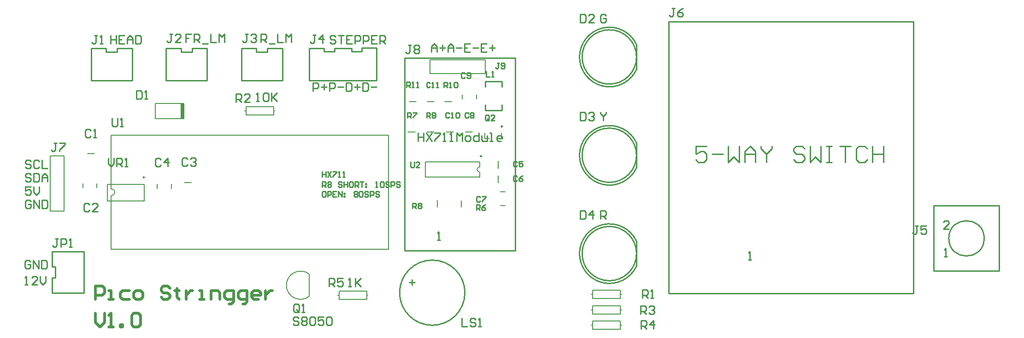
<source format=gto>
G04*
G04 #@! TF.GenerationSoftware,Altium Limited,Altium Designer,19.0.4 (130)*
G04*
G04 Layer_Color=65535*
%FSLAX44Y44*%
%MOMM*%
G71*
G01*
G75*
%ADD10C,0.2500*%
%ADD11C,0.2000*%
%ADD12C,0.2540*%
%ADD13C,0.5000*%
%ADD14R,0.8000X2.8000*%
D10*
X518250Y685500D02*
G03*
X518250Y685500I-1250J0D01*
G01*
X1137950Y724250D02*
G03*
X1137950Y724250I-1250J0D01*
G01*
X1175995Y779240D02*
G03*
X1175995Y779240I-1250J0D01*
G01*
D11*
X457300Y651550D02*
G03*
X457300Y664250I0J6350D01*
G01*
X821007Y507218D02*
G03*
X821007Y466242I-16007J-20488D01*
G01*
X1133966Y704746D02*
G03*
X1133966Y695254I-8J-4746D01*
G01*
X431000Y666000D02*
Y674000D01*
X405000Y666000D02*
Y674000D01*
X450500Y672000D02*
X517500D01*
X450500Y642000D02*
X517500D01*
Y672000D01*
X450500Y642000D02*
Y672000D01*
X457300Y552900D02*
Y651550D01*
X966300Y552900D02*
Y762900D01*
X457300Y664250D02*
Y762900D01*
Y552900D02*
X966300D01*
X457300Y762900D02*
X966300D01*
X1004500Y825000D02*
X1017500D01*
X1069500D02*
X1082500D01*
X1037665Y769000D02*
X1050665D01*
X1056000Y630500D02*
Y643500D01*
X1002500Y769000D02*
X1015500D01*
X1100000Y631000D02*
Y643000D01*
X875600Y460730D02*
Y468350D01*
Y460730D02*
X926400D01*
Y475970D01*
X875600D02*
X926400D01*
X875600Y468350D02*
Y475970D01*
X926400Y468350D02*
X928686D01*
X873314D02*
X875600D01*
X1392400Y413000D02*
Y420620D01*
X1341600D02*
X1392400D01*
X1341600Y405380D02*
Y420620D01*
Y405380D02*
X1392400D01*
Y413000D01*
X1339314D02*
X1341600D01*
X1392400D02*
X1394686D01*
X1392400Y441500D02*
Y449120D01*
X1341600D02*
X1392400D01*
X1341600Y433880D02*
Y449120D01*
Y433880D02*
X1392400D01*
Y441500D01*
X1339314D02*
X1341600D01*
X1392400D02*
X1394686D01*
X755400Y808000D02*
Y815620D01*
X704600D02*
X755400D01*
X704600Y800380D02*
Y815620D01*
Y800380D02*
X755400D01*
Y808000D01*
X702314D02*
X704600D01*
X755400D02*
X757686D01*
X1392400Y470000D02*
Y477620D01*
X1341600D02*
X1392400D01*
X1341600Y462380D02*
Y477620D01*
Y462380D02*
X1392400D01*
Y470000D01*
X1339314D02*
X1341600D01*
X1392400D02*
X1394686D01*
X1042500Y876300D02*
Y901700D01*
X1144100D01*
X1042500Y876300D02*
X1144100D01*
Y901700D01*
X345300Y622900D02*
X370700D01*
X345300D02*
Y724500D01*
X370700Y622900D02*
Y724500D01*
X345300D02*
X370700D01*
X538100Y793000D02*
Y821000D01*
X591100D01*
X538100Y793000D02*
X591100D01*
X1037665Y825076D02*
X1050665D01*
X1072831Y769000D02*
X1085831D01*
X1128000Y829830D02*
Y837830D01*
X1102000Y829830D02*
Y837830D01*
X1107994Y769000D02*
X1120994D01*
X1172500Y633000D02*
X1180500D01*
X1172500Y659000D02*
X1180500D01*
X1168246Y675500D02*
Y688500D01*
Y702350D02*
Y715350D01*
X542000Y665000D02*
Y673000D01*
X568000Y665000D02*
Y673000D01*
X591500Y676000D02*
X604500D01*
X413500Y729000D02*
X426500D01*
X821000Y466830D02*
Y506630D01*
X1034000Y713462D02*
X1134000D01*
X1034000Y686284D02*
X1134000D01*
X1034000D02*
Y713462D01*
X1134000Y704826D02*
Y713462D01*
Y686284D02*
Y695254D01*
X1143745Y757000D02*
X1151745D01*
X1143745D02*
Y767000D01*
X1165745Y757000D02*
X1173745D01*
Y767000D01*
D12*
X1107000Y473000D02*
G03*
X1107000Y473000I-60000J0D01*
G01*
X2061000Y573000D02*
G03*
X2061000Y573000I-32500J0D01*
G01*
X1422300Y567700D02*
G03*
X1422300Y522000I-49860J-22850D01*
G01*
Y545000D02*
G03*
X1422300Y545000I-50000J0D01*
G01*
Y748700D02*
G03*
X1422300Y703000I-49860J-22850D01*
G01*
Y726000D02*
G03*
X1422300Y726000I-50000J0D01*
G01*
Y929700D02*
G03*
X1422300Y884000I-49860J-22850D01*
G01*
Y907000D02*
G03*
X1422300Y907000I-50000J0D01*
G01*
X996600Y550000D02*
Y905000D01*
X1199600D01*
X996600Y550000D02*
X1199600D01*
Y905000D01*
X1481140Y472090D02*
Y972090D01*
X1931140D01*
Y472090D02*
Y972090D01*
X1481140Y472090D02*
X1931140D01*
X2088500Y513000D02*
Y633000D01*
X1968500D02*
X2088500D01*
X1968500Y513000D02*
X2088500D01*
X1968500D02*
Y633000D01*
X1422300Y545000D02*
Y567700D01*
Y522000D02*
Y545000D01*
Y726000D02*
Y748700D01*
Y703000D02*
Y726000D01*
Y907000D02*
Y929700D01*
Y884000D02*
Y907000D01*
X420225Y863948D02*
Y922698D01*
X495663Y863948D02*
Y922698D01*
X420225Y863948D02*
X495663D01*
X467825Y916272D02*
Y922698D01*
X420225D02*
X447632D01*
Y916272D02*
Y922698D01*
X467825D02*
X487840D01*
X495663D01*
X447632Y916272D02*
X467825D01*
X557974Y863948D02*
Y922698D01*
X633411Y863948D02*
Y922698D01*
X557974Y863948D02*
X633411D01*
X605573Y916272D02*
Y922698D01*
X557974D02*
X585380D01*
Y916272D02*
Y922698D01*
X605573D02*
X625588D01*
X633411D01*
X585380Y916272D02*
X605573D01*
X696626Y863948D02*
Y922698D01*
X772064Y863948D02*
Y922698D01*
X696626Y863948D02*
X772064D01*
X744226Y916272D02*
Y922698D01*
X696626D02*
X724033D01*
Y916272D02*
Y922698D01*
X744226D02*
X764240D01*
X772064D01*
X724033Y916272D02*
X744226D01*
X348302Y472926D02*
X407052D01*
X348302Y548364D02*
X407052D01*
Y472926D02*
Y548364D01*
X348302Y520525D02*
X354728D01*
X348302Y472926D02*
Y500332D01*
X354728D01*
X348302Y520525D02*
Y540540D01*
Y548364D01*
X354728Y500332D02*
Y520525D01*
X899032Y917288D02*
X917574D01*
Y923384D01*
X847724Y917034D02*
X867282D01*
X847724D02*
Y923130D01*
X945006Y863948D02*
Y923384D01*
X821308Y863948D02*
Y923130D01*
Y863948D02*
X945006D01*
X821308Y923130D02*
X847724D01*
X917574Y923384D02*
X945006D01*
X867282Y923130D02*
X899032D01*
Y917288D02*
Y923130D01*
X867282Y917034D02*
Y923130D01*
X1144760Y808330D02*
Y818490D01*
Y808330D02*
X1175240D01*
Y818490D01*
X1144760Y851510D02*
Y861670D01*
X1175240D01*
Y851510D02*
Y861670D01*
X309697Y714370D02*
X307157Y716909D01*
X302079D01*
X299540Y714370D01*
Y711831D01*
X302079Y709292D01*
X307157D01*
X309697Y706753D01*
Y704213D01*
X307157Y701674D01*
X302079D01*
X299540Y704213D01*
X324932Y714370D02*
X322393Y716909D01*
X317314D01*
X314775Y714370D01*
Y704213D01*
X317314Y701674D01*
X322393D01*
X324932Y704213D01*
X330010Y716909D02*
Y701674D01*
X340167D01*
X309697Y689992D02*
X307157Y692531D01*
X302079D01*
X299540Y689992D01*
Y687453D01*
X302079Y684914D01*
X307157D01*
X309697Y682374D01*
Y679835D01*
X307157Y677296D01*
X302079D01*
X299540Y679835D01*
X314775Y692531D02*
Y677296D01*
X322393D01*
X324932Y679835D01*
Y689992D01*
X322393Y692531D01*
X314775D01*
X330010Y677296D02*
Y687453D01*
X335089Y692531D01*
X340167Y687453D01*
Y677296D01*
Y684914D01*
X330010D01*
X309697Y668153D02*
X299540D01*
Y660536D01*
X304618Y663075D01*
X307157D01*
X309697Y660536D01*
Y655457D01*
X307157Y652918D01*
X302079D01*
X299540Y655457D01*
X314775Y668153D02*
Y657996D01*
X319853Y652918D01*
X324932Y657996D01*
Y668153D01*
X309697Y641236D02*
X307157Y643775D01*
X302079D01*
X299540Y641236D01*
Y631079D01*
X302079Y628540D01*
X307157D01*
X309697Y631079D01*
Y636157D01*
X304618D01*
X314775Y628540D02*
Y643775D01*
X324932Y628540D01*
Y643775D01*
X330010D02*
Y628540D01*
X337628D01*
X340167Y631079D01*
Y641236D01*
X337628Y643775D01*
X330010D01*
X844540Y695721D02*
Y685724D01*
Y690723D01*
X851205D01*
Y695721D01*
Y685724D01*
X854537Y695721D02*
X861201Y685724D01*
Y695721D02*
X854537Y685724D01*
X864534Y695721D02*
X871198D01*
Y694055D01*
X864534Y687390D01*
Y685724D01*
X874530D02*
X877863D01*
X876197D01*
Y695721D01*
X874530Y694055D01*
X882861Y685724D02*
X886193D01*
X884527D01*
Y695721D01*
X882861Y694055D01*
X844540Y667632D02*
Y677629D01*
X849538D01*
X851205Y675963D01*
Y672630D01*
X849538Y670964D01*
X844540D01*
X847872D02*
X851205Y667632D01*
X854537Y675963D02*
X856203Y677629D01*
X859535D01*
X861201Y675963D01*
Y674297D01*
X859535Y672630D01*
X861201Y670964D01*
Y669298D01*
X859535Y667632D01*
X856203D01*
X854537Y669298D01*
Y670964D01*
X856203Y672630D01*
X854537Y674297D01*
Y675963D01*
X856203Y672630D02*
X859535D01*
X881195Y675963D02*
X879529Y677629D01*
X876197D01*
X874530Y675963D01*
Y674297D01*
X876197Y672630D01*
X879529D01*
X881195Y670964D01*
Y669298D01*
X879529Y667632D01*
X876197D01*
X874530Y669298D01*
X884527Y677629D02*
Y667632D01*
Y672630D01*
X891192D01*
Y677629D01*
Y667632D01*
X899522Y677629D02*
X896190D01*
X894524Y675963D01*
Y669298D01*
X896190Y667632D01*
X899522D01*
X901188Y669298D01*
Y675963D01*
X899522Y677629D01*
X904521Y667632D02*
Y677629D01*
X909519D01*
X911185Y675963D01*
Y672630D01*
X909519Y670964D01*
X904521D01*
X907853D02*
X911185Y667632D01*
X914517Y677629D02*
X921182D01*
X917850D01*
Y667632D01*
X924514Y674297D02*
X926180D01*
Y672630D01*
X924514D01*
Y674297D01*
Y669298D02*
X926180D01*
Y667632D01*
X924514D01*
Y669298D01*
X942842Y667632D02*
X946174D01*
X944508D01*
Y677629D01*
X942842Y675963D01*
X951172D02*
X952838Y677629D01*
X956171D01*
X957837Y675963D01*
Y669298D01*
X956171Y667632D01*
X952838D01*
X951172Y669298D01*
Y675963D01*
X967834D02*
X966168Y677629D01*
X962835D01*
X961169Y675963D01*
Y674297D01*
X962835Y672630D01*
X966168D01*
X967834Y670964D01*
Y669298D01*
X966168Y667632D01*
X962835D01*
X961169Y669298D01*
X971166Y667632D02*
Y677629D01*
X976164D01*
X977830Y675963D01*
Y672630D01*
X976164Y670964D01*
X971166D01*
X987827Y675963D02*
X986161Y677629D01*
X982829D01*
X981163Y675963D01*
Y674297D01*
X982829Y672630D01*
X986161D01*
X987827Y670964D01*
Y669298D01*
X986161Y667632D01*
X982829D01*
X981163Y669298D01*
X849538Y659537D02*
X846206D01*
X844540Y657871D01*
Y651206D01*
X846206Y649540D01*
X849538D01*
X851205Y651206D01*
Y657871D01*
X849538Y659537D01*
X854537Y649540D02*
Y659537D01*
X859535D01*
X861201Y657871D01*
Y654538D01*
X859535Y652872D01*
X854537D01*
X871198Y659537D02*
X864534D01*
Y649540D01*
X871198D01*
X864534Y654538D02*
X867866D01*
X874530Y649540D02*
Y659537D01*
X881195Y649540D01*
Y659537D01*
X884527Y656205D02*
X886193D01*
Y654538D01*
X884527D01*
Y656205D01*
Y651206D02*
X886193D01*
Y649540D01*
X884527D01*
Y651206D01*
X902855Y657871D02*
X904521Y659537D01*
X907853D01*
X909519Y657871D01*
Y656205D01*
X907853Y654538D01*
X909519Y652872D01*
Y651206D01*
X907853Y649540D01*
X904521D01*
X902855Y651206D01*
Y652872D01*
X904521Y654538D01*
X902855Y656205D01*
Y657871D01*
X904521Y654538D02*
X907853D01*
X912851Y657871D02*
X914517Y659537D01*
X917850D01*
X919516Y657871D01*
Y651206D01*
X917850Y649540D01*
X914517D01*
X912851Y651206D01*
Y657871D01*
X929513D02*
X927847Y659537D01*
X924514D01*
X922848Y657871D01*
Y656205D01*
X924514Y654538D01*
X927847D01*
X929513Y652872D01*
Y651206D01*
X927847Y649540D01*
X924514D01*
X922848Y651206D01*
X932845Y649540D02*
Y659537D01*
X937843D01*
X939509Y657871D01*
Y654538D01*
X937843Y652872D01*
X932845D01*
X949506Y657871D02*
X947840Y659537D01*
X944508D01*
X942842Y657871D01*
Y656205D01*
X944508Y654538D01*
X947840D01*
X949506Y652872D01*
Y651206D01*
X947840Y649540D01*
X944508D01*
X942842Y651206D01*
X893000Y484508D02*
X898078D01*
X895539D01*
Y499743D01*
X893000Y497204D01*
X905696Y499743D02*
Y484508D01*
Y489586D01*
X915853Y499743D01*
X908235Y492126D01*
X915853Y484508D01*
X724000Y826000D02*
X729078D01*
X726539D01*
Y841235D01*
X724000Y838696D01*
X736696D02*
X739235Y841235D01*
X744313D01*
X746853Y838696D01*
Y828539D01*
X744313Y826000D01*
X739235D01*
X736696Y828539D01*
Y838696D01*
X751931Y841235D02*
Y826000D01*
Y831078D01*
X762088Y841235D01*
X754470Y833617D01*
X762088Y826000D01*
X456000Y946874D02*
Y931639D01*
Y939257D01*
X466157D01*
Y946874D01*
Y931639D01*
X481392Y946874D02*
X471235D01*
Y931639D01*
X481392D01*
X471235Y939257D02*
X476313D01*
X486470Y931639D02*
Y941796D01*
X491549Y946874D01*
X496627Y941796D01*
Y931639D01*
Y939257D01*
X486470D01*
X501705Y946874D02*
Y931639D01*
X509323D01*
X511862Y934178D01*
Y944335D01*
X509323Y946874D01*
X501705D01*
X1045000Y916000D02*
Y926157D01*
X1050078Y931235D01*
X1055157Y926157D01*
Y916000D01*
Y923617D01*
X1045000D01*
X1060235D02*
X1070392D01*
X1065313Y928696D02*
Y918539D01*
X1075470Y916000D02*
Y926157D01*
X1080548Y931235D01*
X1085627Y926157D01*
Y916000D01*
Y923617D01*
X1075470D01*
X1090705D02*
X1100862D01*
X1116097Y931235D02*
X1105940D01*
Y916000D01*
X1116097D01*
X1105940Y923617D02*
X1111019D01*
X1121175D02*
X1131332D01*
X1146567Y931235D02*
X1136410D01*
Y916000D01*
X1146567D01*
X1136410Y923617D02*
X1141489D01*
X1151646D02*
X1161802D01*
X1156724Y928696D02*
Y918539D01*
X801157Y425696D02*
X798617Y428235D01*
X793539D01*
X791000Y425696D01*
Y423157D01*
X793539Y420617D01*
X798617D01*
X801157Y418078D01*
Y415539D01*
X798617Y413000D01*
X793539D01*
X791000Y415539D01*
X806235Y425696D02*
X808774Y428235D01*
X813853D01*
X816392Y425696D01*
Y423157D01*
X813853Y420617D01*
X816392Y418078D01*
Y415539D01*
X813853Y413000D01*
X808774D01*
X806235Y415539D01*
Y418078D01*
X808774Y420617D01*
X806235Y423157D01*
Y425696D01*
X808774Y420617D02*
X813853D01*
X821470Y425696D02*
X824009Y428235D01*
X829088D01*
X831627Y425696D01*
Y415539D01*
X829088Y413000D01*
X824009D01*
X821470Y415539D01*
Y425696D01*
X846862Y428235D02*
X836705D01*
Y420617D01*
X841784Y423157D01*
X844323D01*
X846862Y420617D01*
Y415539D01*
X844323Y413000D01*
X839244D01*
X836705Y415539D01*
X851940Y425696D02*
X854480Y428235D01*
X859558D01*
X862097Y425696D01*
Y415539D01*
X859558Y413000D01*
X854480D01*
X851940Y415539D01*
Y425696D01*
X1366157Y983368D02*
X1363618Y985907D01*
X1358539D01*
X1356000Y983368D01*
Y973211D01*
X1358539Y970672D01*
X1363618D01*
X1366157Y973211D01*
Y978289D01*
X1361078D01*
X1356000Y804862D02*
Y802323D01*
X1361078Y797244D01*
X1366157Y802323D01*
Y804862D01*
X1361078Y797244D02*
Y789627D01*
X1356000Y608706D02*
Y623941D01*
X1363618D01*
X1366157Y621402D01*
Y616324D01*
X1363618Y613784D01*
X1356000D01*
X1361078D02*
X1366157Y608706D01*
X828000Y844000D02*
Y859235D01*
X835618D01*
X838157Y856696D01*
Y851618D01*
X835618Y849078D01*
X828000D01*
X843235Y851618D02*
X853392D01*
X848313Y856696D02*
Y846539D01*
X858470Y844000D02*
Y859235D01*
X866088D01*
X868627Y856696D01*
Y851618D01*
X866088Y849078D01*
X858470D01*
X873705Y851618D02*
X883862D01*
X888940Y859235D02*
Y844000D01*
X896558D01*
X899097Y846539D01*
Y856696D01*
X896558Y859235D01*
X888940D01*
X904175Y851618D02*
X914332D01*
X909254Y856696D02*
Y846539D01*
X919410Y859235D02*
Y844000D01*
X927028D01*
X929567Y846539D01*
Y856696D01*
X927028Y859235D01*
X919410D01*
X934645Y851618D02*
X944802D01*
X869157Y943696D02*
X866618Y946235D01*
X861539D01*
X859000Y943696D01*
Y941157D01*
X861539Y938617D01*
X866618D01*
X869157Y936078D01*
Y933539D01*
X866618Y931000D01*
X861539D01*
X859000Y933539D01*
X874235Y946235D02*
X884392D01*
X879313D01*
Y931000D01*
X899627Y946235D02*
X889470D01*
Y931000D01*
X899627D01*
X889470Y938617D02*
X894548D01*
X904705Y931000D02*
Y946235D01*
X912323D01*
X914862Y943696D01*
Y938617D01*
X912323Y936078D01*
X904705D01*
X919940Y931000D02*
Y946235D01*
X927558D01*
X930097Y943696D01*
Y938617D01*
X927558Y936078D01*
X919940D01*
X945332Y946235D02*
X935175D01*
Y931000D01*
X945332D01*
X935175Y938617D02*
X940254D01*
X950410Y931000D02*
Y946235D01*
X958028D01*
X960567Y943696D01*
Y938617D01*
X958028Y936078D01*
X950410D01*
X955489D02*
X960567Y931000D01*
X732000Y934161D02*
Y949396D01*
X739617D01*
X742157Y946857D01*
Y941779D01*
X739617Y939240D01*
X732000D01*
X737078D02*
X742157Y934161D01*
X747235Y931622D02*
X757392D01*
X762470Y949396D02*
Y934161D01*
X772627D01*
X777705D02*
Y949396D01*
X782784Y944318D01*
X787862Y949396D01*
Y934161D01*
X604157Y949413D02*
X594000D01*
Y941796D01*
X599078D01*
X594000D01*
Y934178D01*
X609235D02*
Y949413D01*
X616853D01*
X619392Y946874D01*
Y941796D01*
X616853Y939257D01*
X609235D01*
X614313D02*
X619392Y934178D01*
X624470Y931639D02*
X634627D01*
X639705Y949413D02*
Y934178D01*
X649862D01*
X654940D02*
Y949413D01*
X660019Y944335D01*
X665097Y949413D01*
Y934178D01*
X309111Y529696D02*
X306572Y532235D01*
X301493D01*
X298954Y529696D01*
Y519539D01*
X301493Y517000D01*
X306572D01*
X309111Y519539D01*
Y524618D01*
X304032D01*
X314189Y517000D02*
Y532235D01*
X324346Y517000D01*
Y532235D01*
X329424D02*
Y517000D01*
X337042D01*
X339581Y519539D01*
Y529696D01*
X337042Y532235D01*
X329424D01*
X298954Y488000D02*
X304032D01*
X301493D01*
Y503235D01*
X298954Y500696D01*
X321807Y488000D02*
X311650D01*
X321807Y498157D01*
Y500696D01*
X319267Y503235D01*
X314189D01*
X311650Y500696D01*
X326885Y503235D02*
Y493078D01*
X331963Y488000D01*
X337042Y493078D01*
Y503235D01*
X1005000Y491618D02*
X1015157D01*
X1010078Y496696D02*
Y486539D01*
X1056000Y570000D02*
X1061078D01*
X1058539D01*
Y585235D01*
X1056000Y582696D01*
X1020600Y767235D02*
Y752000D01*
Y759618D01*
X1030757D01*
Y767235D01*
Y752000D01*
X1035835Y767235D02*
X1045992Y752000D01*
Y767235D02*
X1035835Y752000D01*
X1051070Y767235D02*
X1061227D01*
Y764696D01*
X1051070Y754539D01*
Y752000D01*
X1066305D02*
X1071384D01*
X1068844D01*
Y767235D01*
X1066305Y764696D01*
X1079001Y752000D02*
X1084079D01*
X1081540D01*
Y767235D01*
X1079001Y764696D01*
X1091697Y752000D02*
Y767235D01*
X1096775Y762157D01*
X1101854Y767235D01*
Y752000D01*
X1109471D02*
X1114550D01*
X1117089Y754539D01*
Y759618D01*
X1114550Y762157D01*
X1109471D01*
X1106932Y759618D01*
Y754539D01*
X1109471Y752000D01*
X1132324Y767235D02*
Y752000D01*
X1124706D01*
X1122167Y754539D01*
Y759618D01*
X1124706Y762157D01*
X1132324D01*
X1137402D02*
Y754539D01*
X1139941Y752000D01*
X1147559D01*
Y762157D01*
X1152637Y752000D02*
X1157716D01*
X1155176D01*
Y767235D01*
X1152637D01*
X1172951Y752000D02*
X1167872D01*
X1165333Y754539D01*
Y759618D01*
X1167872Y762157D01*
X1172951D01*
X1175490Y759618D01*
Y757078D01*
X1165333D01*
X1628140Y533090D02*
X1633218D01*
X1630679D01*
Y548325D01*
X1628140Y545786D01*
X1550993Y742990D02*
X1531000D01*
Y727995D01*
X1540997Y732993D01*
X1545995D01*
X1550993Y727995D01*
Y717998D01*
X1545995Y713000D01*
X1535998D01*
X1531000Y717998D01*
X1560990Y727995D02*
X1580984D01*
X1590981Y742990D02*
Y713000D01*
X1600977Y722997D01*
X1610974Y713000D01*
Y742990D01*
X1620971Y713000D02*
Y732993D01*
X1630968Y742990D01*
X1640964Y732993D01*
Y713000D01*
Y727995D01*
X1620971D01*
X1650961Y742990D02*
Y737992D01*
X1660958Y727995D01*
X1670955Y737992D01*
Y742990D01*
X1660958Y727995D02*
Y713000D01*
X1730935Y737992D02*
X1725937Y742990D01*
X1715940D01*
X1710942Y737992D01*
Y732993D01*
X1715940Y727995D01*
X1725937D01*
X1730935Y722997D01*
Y717998D01*
X1725937Y713000D01*
X1715940D01*
X1710942Y717998D01*
X1740932Y742990D02*
Y713000D01*
X1750929Y722997D01*
X1760926Y713000D01*
Y742990D01*
X1770922D02*
X1780919D01*
X1775921D01*
Y713000D01*
X1770922D01*
X1780919D01*
X1795914Y742990D02*
X1815908D01*
X1805911D01*
Y713000D01*
X1845898Y737992D02*
X1840900Y742990D01*
X1830903D01*
X1825905Y737992D01*
Y717998D01*
X1830903Y713000D01*
X1840900D01*
X1845898Y717998D01*
X1855895Y742990D02*
Y713000D01*
Y727995D01*
X1875888D01*
Y742990D01*
Y713000D01*
X1996157Y590000D02*
X1986000D01*
X1996157Y600157D01*
Y602696D01*
X1993618Y605235D01*
X1988539D01*
X1986000Y602696D01*
X1988000Y539000D02*
X1993078D01*
X1990539D01*
Y554235D01*
X1988000Y551696D01*
X451500Y720245D02*
Y710088D01*
X456578Y705010D01*
X461657Y710088D01*
Y720245D01*
X466735Y705010D02*
Y720245D01*
X474353D01*
X476892Y717706D01*
Y712627D01*
X474353Y710088D01*
X466735D01*
X471813D02*
X476892Y705010D01*
X481970D02*
X487048D01*
X484509D01*
Y720245D01*
X481970Y717706D01*
X548271D02*
X545732Y720245D01*
X540653D01*
X538114Y717706D01*
Y707549D01*
X540653Y705010D01*
X545732D01*
X548271Y707549D01*
X560967Y705010D02*
Y720245D01*
X553349Y712627D01*
X563506D01*
X417157Y634696D02*
X414618Y637235D01*
X409539D01*
X407000Y634696D01*
Y624539D01*
X409539Y622000D01*
X414618D01*
X417157Y624539D01*
X432392Y622000D02*
X422235D01*
X432392Y632157D01*
Y634696D01*
X429853Y637235D01*
X424774D01*
X422235Y634696D01*
X1011000Y628000D02*
Y637997D01*
X1015998D01*
X1017664Y636331D01*
Y632998D01*
X1015998Y631332D01*
X1011000D01*
X1014332D02*
X1017664Y628000D01*
X1020997Y636331D02*
X1022663Y637997D01*
X1025995D01*
X1027661Y636331D01*
Y634664D01*
X1025995Y632998D01*
X1027661Y631332D01*
Y629666D01*
X1025995Y628000D01*
X1022663D01*
X1020997Y629666D01*
Y631332D01*
X1022663Y632998D01*
X1020997Y634664D01*
Y636331D01*
X1022663Y632998D02*
X1025995D01*
X597801Y718722D02*
X595261Y721261D01*
X590183D01*
X587644Y718722D01*
Y708565D01*
X590183Y706026D01*
X595261D01*
X597801Y708565D01*
X602879Y718722D02*
X605418Y721261D01*
X610497D01*
X613036Y718722D01*
Y716183D01*
X610497Y713643D01*
X607957D01*
X610497D01*
X613036Y711104D01*
Y708565D01*
X610497Y706026D01*
X605418D01*
X602879Y708565D01*
X419583Y771722D02*
X417043Y774261D01*
X411965D01*
X409426Y771722D01*
Y761565D01*
X411965Y759026D01*
X417043D01*
X419583Y761565D01*
X424661Y759026D02*
X429739D01*
X427200D01*
Y774261D01*
X424661Y771722D01*
X1007900Y929090D02*
X1002821D01*
X1005360D01*
Y916394D01*
X1002821Y913855D01*
X1000282D01*
X997743Y916394D01*
X1012978Y926551D02*
X1015517Y929090D01*
X1020596D01*
X1023135Y926551D01*
Y924012D01*
X1020596Y921473D01*
X1023135Y918933D01*
Y916394D01*
X1020596Y913855D01*
X1015517D01*
X1012978Y916394D01*
Y918933D01*
X1015517Y921473D01*
X1012978Y924012D01*
Y926551D01*
X1015517Y921473D02*
X1020596D01*
X1007000Y713997D02*
Y705666D01*
X1008666Y704000D01*
X1011998D01*
X1013664Y705666D01*
Y713997D01*
X1023661Y704000D02*
X1016997D01*
X1023661Y710665D01*
Y712331D01*
X1021995Y713997D01*
X1018663D01*
X1016997Y712331D01*
X458808Y794547D02*
Y781851D01*
X461347Y779312D01*
X466426D01*
X468965Y781851D01*
Y794547D01*
X474043Y779312D02*
X479122D01*
X476582D01*
Y794547D01*
X474043Y792008D01*
X999669Y850924D02*
Y860921D01*
X1004667D01*
X1006333Y859255D01*
Y855922D01*
X1004667Y854256D01*
X999669D01*
X1003001D02*
X1006333Y850924D01*
X1009666D02*
X1012998D01*
X1011332D01*
Y860921D01*
X1009666Y859255D01*
X1017996Y850924D02*
X1021329D01*
X1019662D01*
Y860921D01*
X1017996Y859255D01*
X1068292Y850618D02*
Y860615D01*
X1073290D01*
X1074957Y858949D01*
Y855616D01*
X1073290Y853950D01*
X1068292D01*
X1071624D02*
X1074957Y850618D01*
X1078289D02*
X1081621D01*
X1079955D01*
Y860615D01*
X1078289Y858949D01*
X1086619D02*
X1088286Y860615D01*
X1091618D01*
X1093284Y858949D01*
Y852284D01*
X1091618Y850618D01*
X1088286D01*
X1086619Y852284D01*
Y858949D01*
X1036542Y794738D02*
Y804735D01*
X1041540D01*
X1043206Y803069D01*
Y799736D01*
X1041540Y798070D01*
X1036542D01*
X1039874D02*
X1043206Y794738D01*
X1046539Y796404D02*
X1048205Y794738D01*
X1051537D01*
X1053203Y796404D01*
Y803069D01*
X1051537Y804735D01*
X1048205D01*
X1046539Y803069D01*
Y801403D01*
X1048205Y799736D01*
X1053203D01*
X1001354Y794722D02*
Y804719D01*
X1006352D01*
X1008018Y803053D01*
Y799720D01*
X1006352Y798054D01*
X1001354D01*
X1004686D02*
X1008018Y794722D01*
X1011351Y804719D02*
X1018015D01*
Y803053D01*
X1011351Y796388D01*
Y794722D01*
X1128000Y625000D02*
Y634997D01*
X1132998D01*
X1134665Y633331D01*
Y629998D01*
X1132998Y628332D01*
X1128000D01*
X1131332D02*
X1134665Y625000D01*
X1144661Y634997D02*
X1141329Y633331D01*
X1137997Y629998D01*
Y626666D01*
X1139663Y625000D01*
X1142995D01*
X1144661Y626666D01*
Y628332D01*
X1142995Y629998D01*
X1137997D01*
X857328Y484508D02*
Y499743D01*
X864946D01*
X867485Y497204D01*
Y492126D01*
X864946Y489586D01*
X857328D01*
X862406D02*
X867485Y484508D01*
X882720Y499743D02*
X872563D01*
Y492126D01*
X877641Y494665D01*
X880181D01*
X882720Y492126D01*
Y487047D01*
X880181Y484508D01*
X875102D01*
X872563Y487047D01*
X1431000Y406333D02*
Y421568D01*
X1438618D01*
X1441157Y419029D01*
Y413951D01*
X1438618Y411412D01*
X1431000D01*
X1436078D02*
X1441157Y406333D01*
X1453853D02*
Y421568D01*
X1446235Y413951D01*
X1456392D01*
X1430000Y433167D02*
Y448401D01*
X1437617D01*
X1440157Y445862D01*
Y440784D01*
X1437617Y438245D01*
X1430000D01*
X1435078D02*
X1440157Y433167D01*
X1445235Y445862D02*
X1447774Y448401D01*
X1452853D01*
X1455392Y445862D01*
Y443323D01*
X1452853Y440784D01*
X1450313D01*
X1452853D01*
X1455392Y438245D01*
Y435706D01*
X1452853Y433167D01*
X1447774D01*
X1445235Y435706D01*
X686466Y824246D02*
Y839481D01*
X694083D01*
X696623Y836942D01*
Y831863D01*
X694083Y829324D01*
X686466D01*
X691544D02*
X696623Y824246D01*
X711858D02*
X701701D01*
X711858Y834403D01*
Y836942D01*
X709319Y839481D01*
X704240D01*
X701701Y836942D01*
X1433000Y463090D02*
Y478325D01*
X1440618D01*
X1443157Y475786D01*
Y470707D01*
X1440618Y468168D01*
X1433000D01*
X1438078D02*
X1443157Y463090D01*
X1448235D02*
X1453313D01*
X1450774D01*
Y478325D01*
X1448235Y475786D01*
X1151472Y791626D02*
Y798291D01*
X1149806Y799957D01*
X1146473D01*
X1144807Y798291D01*
Y791626D01*
X1146473Y789960D01*
X1149806D01*
X1148139Y793292D02*
X1151472Y789960D01*
X1149806D02*
X1151472Y791626D01*
X1161469Y789960D02*
X1154804D01*
X1161469Y796625D01*
Y798291D01*
X1159802Y799957D01*
X1156470D01*
X1154804Y798291D01*
X802157Y439539D02*
Y449696D01*
X799617Y452235D01*
X794539D01*
X792000Y449696D01*
Y439539D01*
X794539Y437000D01*
X799617D01*
X797078Y442078D02*
X802157Y437000D01*
X799617D02*
X802157Y439539D01*
X807235Y437000D02*
X812313D01*
X809774D01*
Y452235D01*
X807235Y449696D01*
X1101000Y426235D02*
Y411000D01*
X1111157D01*
X1126392Y423696D02*
X1123853Y426235D01*
X1118774D01*
X1116235Y423696D01*
Y421157D01*
X1118774Y418618D01*
X1123853D01*
X1126392Y416078D01*
Y413539D01*
X1123853Y411000D01*
X1118774D01*
X1116235Y413539D01*
X1131470Y411000D02*
X1136548D01*
X1134009D01*
Y426235D01*
X1131470Y423696D01*
X1146092Y880655D02*
Y870658D01*
X1152757D01*
X1156089D02*
X1159421D01*
X1157755D01*
Y880655D01*
X1156089Y878989D01*
X359737Y572465D02*
X354658D01*
X357197D01*
Y559769D01*
X354658Y557230D01*
X352119D01*
X349580Y559769D01*
X364815Y557230D02*
Y572465D01*
X372433D01*
X374972Y569926D01*
Y564847D01*
X372433Y562308D01*
X364815D01*
X380050Y557230D02*
X385129D01*
X382589D01*
Y572465D01*
X380050Y569926D01*
X1169665Y895997D02*
X1166332D01*
X1167998D01*
Y887666D01*
X1166332Y886000D01*
X1164666D01*
X1163000Y887666D01*
X1172997D02*
X1174663Y886000D01*
X1177995D01*
X1179661Y887666D01*
Y894331D01*
X1177995Y895997D01*
X1174663D01*
X1172997Y894331D01*
Y892664D01*
X1174663Y890998D01*
X1179661D01*
X357108Y748244D02*
X352029D01*
X354568D01*
Y735548D01*
X352029Y733009D01*
X349490D01*
X346951Y735548D01*
X362186Y748244D02*
X372343D01*
Y745705D01*
X362186Y735548D01*
Y733009D01*
X1492440Y996214D02*
X1487361D01*
X1489901D01*
Y983518D01*
X1487361Y980979D01*
X1484822D01*
X1482283Y983518D01*
X1507675Y996214D02*
X1502596Y993675D01*
X1497518Y988596D01*
Y983518D01*
X1500057Y980979D01*
X1505136D01*
X1507675Y983518D01*
Y986057D01*
X1505136Y988596D01*
X1497518D01*
X1939454Y595874D02*
X1934375D01*
X1936915D01*
Y583178D01*
X1934375Y580639D01*
X1931836D01*
X1929297Y583178D01*
X1954689Y595874D02*
X1944532D01*
Y588256D01*
X1949610Y590796D01*
X1952150D01*
X1954689Y588256D01*
Y583178D01*
X1952150Y580639D01*
X1947071D01*
X1944532Y583178D01*
X832719Y947619D02*
X827640D01*
X830180D01*
Y934923D01*
X827640Y932384D01*
X825101D01*
X822562Y934923D01*
X845415Y932384D02*
Y947619D01*
X837797Y940002D01*
X847954D01*
X708087Y949396D02*
X703008D01*
X705547D01*
Y936700D01*
X703008Y934161D01*
X700469D01*
X697930Y936700D01*
X713165Y946857D02*
X715704Y949396D01*
X720783D01*
X723322Y946857D01*
Y944318D01*
X720783Y941779D01*
X718243D01*
X720783D01*
X723322Y939240D01*
Y936700D01*
X720783Y934161D01*
X715704D01*
X713165Y936700D01*
X569502Y949413D02*
X564423D01*
X566963D01*
Y936717D01*
X564423Y934178D01*
X561884D01*
X559345Y936717D01*
X584737Y934178D02*
X574580D01*
X584737Y944335D01*
Y946874D01*
X582198Y949413D01*
X577119D01*
X574580Y946874D01*
X431754D02*
X426675D01*
X429215D01*
Y934178D01*
X426675Y931639D01*
X424136D01*
X421597Y934178D01*
X436832Y931639D02*
X441910D01*
X439371D01*
Y946874D01*
X436832Y944335D01*
X1318874Y623941D02*
Y608706D01*
X1326492D01*
X1329031Y611245D01*
Y621402D01*
X1326492Y623941D01*
X1318874D01*
X1341727Y608706D02*
Y623941D01*
X1334109Y616324D01*
X1344266D01*
X1318833Y804862D02*
Y789627D01*
X1326451D01*
X1328990Y792166D01*
Y802323D01*
X1326451Y804862D01*
X1318833D01*
X1334068Y802323D02*
X1336607Y804862D01*
X1341686D01*
X1344225Y802323D01*
Y799784D01*
X1341686Y797244D01*
X1339146D01*
X1341686D01*
X1344225Y794705D01*
Y792166D01*
X1341686Y789627D01*
X1336607D01*
X1334068Y792166D01*
X1318970Y985907D02*
Y970672D01*
X1326588D01*
X1329127Y973211D01*
Y983368D01*
X1326588Y985907D01*
X1318970D01*
X1344362Y970672D02*
X1334205D01*
X1344362Y980829D01*
Y983368D01*
X1341823Y985907D01*
X1336744D01*
X1334205Y983368D01*
X503896Y844799D02*
Y829564D01*
X511514D01*
X514053Y832103D01*
Y842260D01*
X511514Y844799D01*
X503896D01*
X519131Y829564D02*
X524210D01*
X521670D01*
Y844799D01*
X519131Y842260D01*
X1043206Y858949D02*
X1041540Y860615D01*
X1038208D01*
X1036542Y858949D01*
Y852284D01*
X1038208Y850618D01*
X1041540D01*
X1043206Y852284D01*
X1046539Y850618D02*
X1049871D01*
X1048205D01*
Y860615D01*
X1046539Y858949D01*
X1054869Y850618D02*
X1058202D01*
X1056536D01*
Y860615D01*
X1054869Y858949D01*
X1078259Y803069D02*
X1076592Y804735D01*
X1073260D01*
X1071594Y803069D01*
Y796404D01*
X1073260Y794738D01*
X1076592D01*
X1078259Y796404D01*
X1081591Y794738D02*
X1084923D01*
X1083257D01*
Y804735D01*
X1081591Y803069D01*
X1089921D02*
X1091588Y804735D01*
X1094920D01*
X1096586Y803069D01*
Y796404D01*
X1094920Y794738D01*
X1091588D01*
X1089921Y796404D01*
Y803069D01*
X1106961Y876475D02*
X1105294Y878141D01*
X1101962D01*
X1100296Y876475D01*
Y869810D01*
X1101962Y868144D01*
X1105294D01*
X1106961Y869810D01*
X1110293D02*
X1111959Y868144D01*
X1115291D01*
X1116957Y869810D01*
Y876475D01*
X1115291Y878141D01*
X1111959D01*
X1110293Y876475D01*
Y874809D01*
X1111959Y873142D01*
X1116957D01*
X1113565Y803069D02*
X1111898Y804735D01*
X1108566D01*
X1106900Y803069D01*
Y796404D01*
X1108566Y794738D01*
X1111898D01*
X1113565Y796404D01*
X1116897Y803069D02*
X1118563Y804735D01*
X1121895D01*
X1123561Y803069D01*
Y801403D01*
X1121895Y799736D01*
X1123561Y798070D01*
Y796404D01*
X1121895Y794738D01*
X1118563D01*
X1116897Y796404D01*
Y798070D01*
X1118563Y799736D01*
X1116897Y801403D01*
Y803069D01*
X1118563Y799736D02*
X1121895D01*
X1135115Y648331D02*
X1133448Y649997D01*
X1130116D01*
X1128450Y648331D01*
Y641666D01*
X1130116Y640000D01*
X1133448D01*
X1135115Y641666D01*
X1138447Y649997D02*
X1145111D01*
Y648331D01*
X1138447Y641666D01*
Y640000D01*
X1202664Y686331D02*
X1200998Y687997D01*
X1197666D01*
X1196000Y686331D01*
Y679666D01*
X1197666Y678000D01*
X1200998D01*
X1202664Y679666D01*
X1212661Y687997D02*
X1209329Y686331D01*
X1205997Y682998D01*
Y679666D01*
X1207663Y678000D01*
X1210995D01*
X1212661Y679666D01*
Y681332D01*
X1210995Y682998D01*
X1205997D01*
X1202664Y713331D02*
X1200998Y714997D01*
X1197666D01*
X1196000Y713331D01*
Y706666D01*
X1197666Y705000D01*
X1200998D01*
X1202664Y706666D01*
X1212661Y714997D02*
X1205997D01*
Y709998D01*
X1209329Y711665D01*
X1210995D01*
X1212661Y709998D01*
Y706666D01*
X1210995Y705000D01*
X1207663D01*
X1205997Y706666D01*
D13*
X428000Y460321D02*
Y485313D01*
X440496D01*
X444661Y481147D01*
Y472817D01*
X440496Y468652D01*
X428000D01*
X452992Y460321D02*
X461323D01*
X457157D01*
Y476982D01*
X452992D01*
X490480D02*
X477984D01*
X473819Y472817D01*
Y464486D01*
X477984Y460321D01*
X490480D01*
X502976D02*
X511306D01*
X515472Y464486D01*
Y472817D01*
X511306Y476982D01*
X502976D01*
X498810Y472817D01*
Y464486D01*
X502976Y460321D01*
X565456Y481147D02*
X561290Y485313D01*
X552960D01*
X548794Y481147D01*
Y476982D01*
X552960Y472817D01*
X561290D01*
X565456Y468652D01*
Y464486D01*
X561290Y460321D01*
X552960D01*
X548794Y464486D01*
X577952Y481147D02*
Y476982D01*
X573786D01*
X582117D01*
X577952D01*
Y464486D01*
X582117Y460321D01*
X594613Y476982D02*
Y460321D01*
Y468652D01*
X598778Y472817D01*
X602943Y476982D01*
X607109D01*
X619605Y460321D02*
X627935D01*
X623770D01*
Y476982D01*
X619605D01*
X640431Y460321D02*
Y476982D01*
X652927D01*
X657093Y472817D01*
Y460321D01*
X673754Y451990D02*
X677919D01*
X682085Y456156D01*
Y476982D01*
X669589D01*
X665423Y472817D01*
Y464486D01*
X669589Y460321D01*
X682085D01*
X698746Y451990D02*
X702911D01*
X707076Y456156D01*
Y476982D01*
X694581D01*
X690415Y472817D01*
Y464486D01*
X694581Y460321D01*
X707076D01*
X727903D02*
X719572D01*
X715407Y464486D01*
Y472817D01*
X719572Y476982D01*
X727903D01*
X732068Y472817D01*
Y468652D01*
X715407D01*
X740399Y476982D02*
Y460321D01*
Y468652D01*
X744564Y472817D01*
X748730Y476982D01*
X752895D01*
X428000Y434992D02*
Y418331D01*
X436331Y410000D01*
X444661Y418331D01*
Y434992D01*
X452992Y410000D02*
X461323D01*
X457157D01*
Y434992D01*
X452992Y430827D01*
X473819Y410000D02*
Y414165D01*
X477984D01*
Y410000D01*
X473819D01*
X494645Y430827D02*
X498810Y434992D01*
X507141D01*
X511306Y430827D01*
Y414165D01*
X507141Y410000D01*
X498810D01*
X494645Y414165D01*
Y430827D01*
D14*
X588100Y807000D02*
D03*
M02*

</source>
